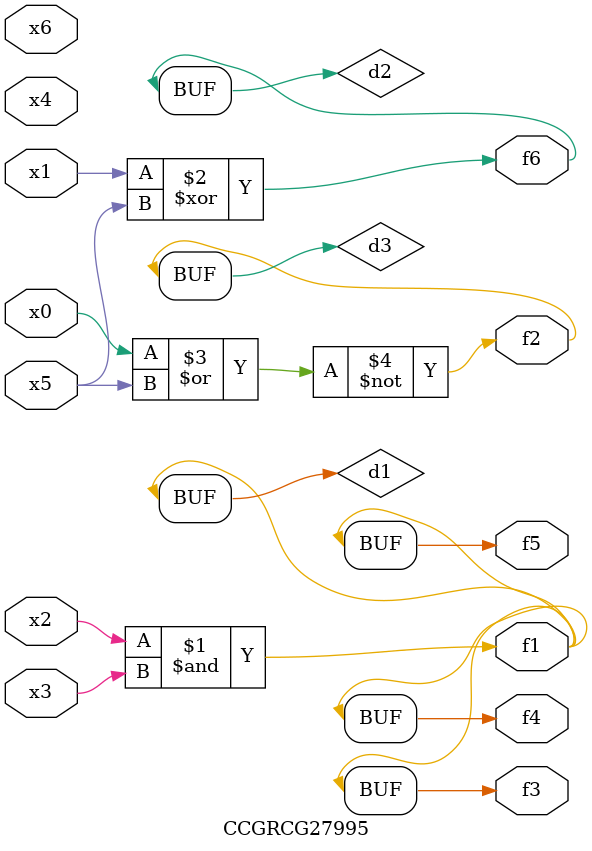
<source format=v>
module CCGRCG27995(
	input x0, x1, x2, x3, x4, x5, x6,
	output f1, f2, f3, f4, f5, f6
);

	wire d1, d2, d3;

	and (d1, x2, x3);
	xor (d2, x1, x5);
	nor (d3, x0, x5);
	assign f1 = d1;
	assign f2 = d3;
	assign f3 = d1;
	assign f4 = d1;
	assign f5 = d1;
	assign f6 = d2;
endmodule

</source>
